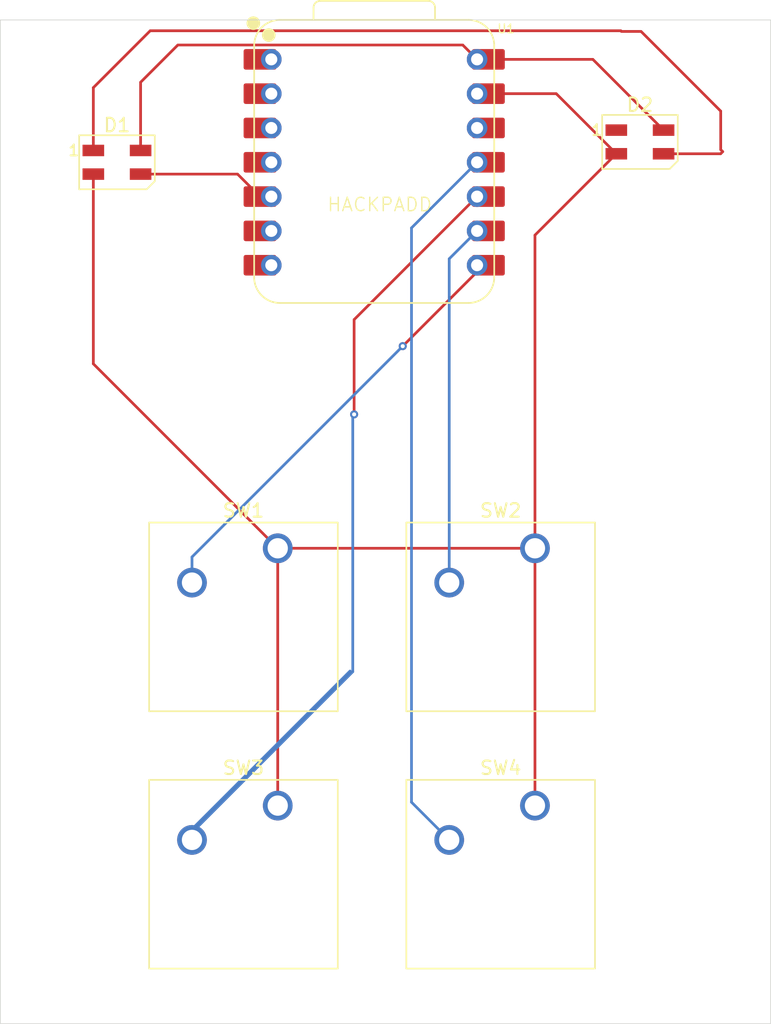
<source format=kicad_pcb>
(kicad_pcb (version 20241229) (generator "pcbnew") (generator_version "9.0")
  (layers (0 "F.Cu" signal) (2 "B.Cu" signal) (13 "F.Paste" user) (15 "B.Paste" user) (5 "F.SilkS" user "F.Silkscreen") (7 "B.SilkS" user "B.Silkscreen") (1 "F.Mask" user) (3 "B.Mask" user) (25 "Edge.Cuts" user))
  (net 0 "")
  (net 1 "Net-(D1-DOUT)")
  (net 2 "Net-(D1-DIN)")
  (net 3 "GND")
  (net 4 "+5V")
  (net 6 "Net-(U1-GPIO1{slash}RX)")
  (net 7 "Net-(U1-GPIO2{slash}SCK)")
  (net 8 "Net-(U1-GPIO4{slash}MISO)")
  (net 9 "Net-(U1-GPIO3{slash}MOSI)")
  (footprint "Button_Switch_Keyboard:SW_Cherry_MX_1.00u_PCB" (layer "F.Cu") (at 178.59375 100.0125)
    (property "Reference" "SW2" (at -2.54 -2.794 0) (layer "F.SilkS"))
    (property "Value" "SW_Push")
    (fp_line (start -9.525 -1.905) (end 4.445 -1.905) (stroke (width 0.12)) (layer "F.SilkS"))
    (fp_line (start -9.525 12.065) (end -9.525 -1.905) (stroke (width 0.12)) (layer "F.SilkS"))
    (fp_line (start 4.445 -1.905) (end 4.445 12.065) (stroke (width 0.12)) (layer "F.SilkS"))
    (fp_line (start 4.445 12.065) (end -9.525 12.065) (stroke (width 0.12)) (layer "F.SilkS"))
    (pad "" np_thru_hole circle (at -7.62 5.08) (size 1.7 1.7) (drill 1.7) (layers "*.Cu" "*.Mask"))
    (pad "" np_thru_hole circle (at -2.54 5.08) (size 4 4) (drill 4) (layers "*.Cu" "*.Mask"))
    (pad "" np_thru_hole circle (at 2.54 5.08) (size 1.7 1.7) (drill 1.7) (layers "*.Cu" "*.Mask"))
    (pad "1" thru_hole circle (at 0 0) (size 2.2 2.2) (drill 1.5) (layers "*.Cu" "*.Mask") (net 3 "GND"))
    (pad "2" thru_hole circle (at -6.35 2.54) (size 2.2 2.2) (drill 1.5) (layers "*.Cu" "*.Mask") (net 7 "Net-(U1-GPIO2{slash}SCK)"))
  )
  (footprint "OPL:XIAO-RP2040-DIP" (layer "F.Cu") (at 166.6875 71.4375)
    (property "Reference" "U1" (at 9.7625 -9.8875 0) (layer "F.SilkS") (effects (font (size 0.635 0.635) (thickness 0.1016))))
    (property "Value" "XIAO-RP2040-DIP")
    (fp_line (start -8.89 8.509) (end -8.89 -8.636) (stroke (width 0.127)) (layer "F.SilkS"))
    (fp_line (start -6.985 10.414) (end 6.985 10.414) (stroke (width 0.127)) (layer "F.SilkS"))
    (fp_line (start -4.495 -10.541) (end -4.491272 -11.451272) (stroke (width 0.127)) (layer "F.SilkS"))
    (fp_line (start -3.991272 -11.951) (end 4.004 -11.951) (stroke (width 0.127)) (layer "F.SilkS"))
    (fp_line (start 4.504 -11.451) (end 4.504 -10.541) (stroke (width 0.127)) (layer "F.SilkS"))
    (fp_line (start 6.985 -10.541) (end -6.985 -10.541) (stroke (width 0.1)) (layer "F.SilkS"))
    (fp_line (start 6.985 -10.541) (end -6.985 -10.541) (stroke (width 0.127)) (layer "F.SilkS"))
    (fp_line (start 8.89 8.509) (end 8.89 -8.636) (stroke (width 0.127)) (layer "F.SilkS"))
    (fp_arc (start -8.89 -8.636) (mid -8.332038 -9.983038) (end -6.985 -10.541) (stroke (width 0.127)) (layer "F.SilkS"))
    (fp_arc (start -6.985 10.414) (mid -8.332038 9.856038) (end -8.89 8.509) (stroke (width 0.127)) (layer "F.SilkS"))
    (fp_arc (start -4.491272 -11.451272) (mid -4.344728 -11.80464) (end -3.991272 -11.951) (stroke (width 0.127)) (layer "F.SilkS"))
    (fp_arc (start 4.004 -11.951) (mid 4.357553 -11.804553) (end 4.504 -11.451) (stroke (width 0.127)) (layer "F.SilkS"))
    (fp_arc (start 6.985 -10.541) (mid 8.332038 -9.983038) (end 8.89 -8.636) (stroke (width 0.127)) (layer "F.SilkS"))
    (fp_arc (start 8.89 8.509) (mid 8.332038 9.856038) (end 6.985 10.414) (stroke (width 0.127)) (layer "F.SilkS"))
    (fp_circle (center -8.95 -10.3) (end -8.95 -10.554) (stroke (width 0.5)) (fill yes) (layer "F.SilkS"))
    (fp_circle (center -7.807 -9.42) (end -7.807 -9.674) (stroke (width 0.5)) (fill yes) (layer "F.SilkS"))
    (pad "1" smd roundrect (at -8.455 -7.62 180) (size 2.432 1.524) (layers "F.Cu" "F.Mask") (roundrect_rratio 0.1))
    (pad "1" thru_hole circle (at -7.62 -7.62 180) (size 1.524 1.524) (drill 0.889) (layers "*.Cu" "*.Mask"))
    (pad "2" smd roundrect (at -8.455 -5.08 180) (size 2.432 1.524) (layers "F.Cu" "F.Mask") (roundrect_rratio 0.1))
    (pad "2" thru_hole circle (at -7.62 -5.08 180) (size 1.524 1.524) (drill 0.889) (layers "*.Cu" "*.Mask"))
    (pad "3" smd roundrect (at -8.455 -2.54 180) (size 2.432 1.524) (layers "F.Cu" "F.Mask") (roundrect_rratio 0.1))
    (pad "3" thru_hole circle (at -7.62 -2.54 180) (size 1.524 1.524) (drill 0.889) (layers "*.Cu" "*.Mask"))
    (pad "4" smd roundrect (at -8.455 0 180) (size 2.432 1.524) (layers "F.Cu" "F.Mask") (roundrect_rratio 0.1))
    (pad "4" thru_hole circle (at -7.62 0 180) (size 1.524 1.524) (drill 0.889) (layers "*.Cu" "*.Mask"))
    (pad "5" smd roundrect (at -8.455 2.54 180) (size 2.432 1.524) (layers "F.Cu" "F.Mask") (roundrect_rratio 0.1) (net 2 "Net-(D1-DIN)"))
    (pad "5" thru_hole circle (at -7.62 2.54 180) (size 1.524 1.524) (drill 0.889) (layers "*.Cu" "*.Mask") (net 2 "Net-(D1-DIN)"))
    (pad "6" smd roundrect (at -8.455 5.08 180) (size 2.432 1.524) (layers "F.Cu" "F.Mask") (roundrect_rratio 0.1))
    (pad "6" thru_hole circle (at -7.62 5.08 180) (size 1.524 1.524) (drill 0.889) (layers "*.Cu" "*.Mask"))
    (pad "7" smd roundrect (at -8.455 7.62 180) (size 2.432 1.524) (layers "F.Cu" "F.Mask") (roundrect_rratio 0.1))
    (pad "7" thru_hole circle (at -7.62 7.62 180) (size 1.524 1.524) (drill 0.889) (layers "*.Cu" "*.Mask"))
    (pad "8" thru_hole circle (at 7.62 7.62) (size 1.524 1.524) (drill 0.889) (layers "*.Cu" "*.Mask") (net 6 "Net-(U1-GPIO1{slash}RX)"))
    (pad "8" smd roundrect (at 8.455 7.62) (size 2.432 1.524) (layers "F.Cu" "F.Mask") (roundrect_rratio 0.1) (net 6 "Net-(U1-GPIO1{slash}RX)"))
    (pad "9" thru_hole circle (at 7.62 5.08) (size 1.524 1.524) (drill 0.889) (layers "*.Cu" "*.Mask") (net 7 "Net-(U1-GPIO2{slash}SCK)"))
    (pad "9" smd roundrect (at 8.455 5.08) (size 2.432 1.524) (layers "F.Cu" "F.Mask") (roundrect_rratio 0.1) (net 7 "Net-(U1-GPIO2{slash}SCK)"))
    (pad "10" thru_hole circle (at 7.62 2.54) (size 1.524 1.524) (drill 0.889) (layers "*.Cu" "*.Mask") (net 8 "Net-(U1-GPIO4{slash}MISO)"))
    (pad "10" smd roundrect (at 8.455 2.54) (size 2.432 1.524) (layers "F.Cu" "F.Mask") (roundrect_rratio 0.1) (net 8 "Net-(U1-GPIO4{slash}MISO)"))
    (pad "11" thru_hole circle (at 7.62 0) (size 1.524 1.524) (drill 0.889) (layers "*.Cu" "*.Mask") (net 9 "Net-(U1-GPIO3{slash}MOSI)"))
    (pad "11" smd roundrect (at 8.455 0) (size 2.432 1.524) (layers "F.Cu" "F.Mask") (roundrect_rratio 0.1) (net 9 "Net-(U1-GPIO3{slash}MOSI)"))
    (pad "12" thru_hole circle (at 7.62 -2.54) (size 1.524 1.524) (drill 0.889) (layers "*.Cu" "*.Mask"))
    (pad "12" smd roundrect (at 8.455 -2.54) (size 2.432 1.524) (layers "F.Cu" "F.Mask") (roundrect_rratio 0.1))
    (pad "13" thru_hole circle (at 7.62 -5.08) (size 1.524 1.524) (drill 0.889) (layers "*.Cu" "*.Mask") (net 3 "GND"))
    (pad "13" smd roundrect (at 8.455 -5.08) (size 2.432 1.524) (layers "F.Cu" "F.Mask") (roundrect_rratio 0.1) (net 3 "GND"))
    (pad "14" thru_hole circle (at 7.62 -7.62) (size 1.524 1.524) (drill 0.889) (layers "*.Cu" "*.Mask") (net 4 "+5V"))
    (pad "14" smd roundrect (at 8.455 -7.62) (size 2.432 1.524) (layers "F.Cu" "F.Mask") (roundrect_rratio 0.1) (net 4 "+5V"))
  )
  (footprint "Button_Switch_Keyboard:SW_Cherry_MX_1.00u_PCB" (layer "F.Cu") (at 159.54375 119.0625)
    (property "Reference" "SW3" (at -2.54 -2.794 0) (layer "F.SilkS"))
    (property "Value" "SW_Push")
    (fp_line (start -9.525 -1.905) (end 4.445 -1.905) (stroke (width 0.12)) (layer "F.SilkS"))
    (fp_line (start -9.525 12.065) (end -9.525 -1.905) (stroke (width 0.12)) (layer "F.SilkS"))
    (fp_line (start 4.445 -1.905) (end 4.445 12.065) (stroke (width 0.12)) (layer "F.SilkS"))
    (fp_line (start 4.445 12.065) (end -9.525 12.065) (stroke (width 0.12)) (layer "F.SilkS"))
    (pad "" np_thru_hole circle (at -7.62 5.08) (size 1.7 1.7) (drill 1.7) (layers "*.Cu" "*.Mask"))
    (pad "" np_thru_hole circle (at -2.54 5.08) (size 4 4) (drill 4) (layers "*.Cu" "*.Mask"))
    (pad "" np_thru_hole circle (at 2.54 5.08) (size 1.7 1.7) (drill 1.7) (layers "*.Cu" "*.Mask"))
    (pad "1" thru_hole circle (at 0 0) (size 2.2 2.2) (drill 1.5) (layers "*.Cu" "*.Mask") (net 3 "GND"))
    (pad "2" thru_hole circle (at -6.35 2.54) (size 2.2 2.2) (drill 1.5) (layers "*.Cu" "*.Mask") (net 8 "Net-(U1-GPIO4{slash}MISO)"))
  )
  (footprint "Button_Switch_Keyboard:SW_Cherry_MX_1.00u_PCB" (layer "F.Cu") (at 178.59375 119.0625)
    (property "Reference" "SW4" (at -2.54 -2.794 0) (layer "F.SilkS"))
    (property "Value" "SW_Push")
    (fp_line (start -9.525 -1.905) (end 4.445 -1.905) (stroke (width 0.12)) (layer "F.SilkS"))
    (fp_line (start -9.525 12.065) (end -9.525 -1.905) (stroke (width 0.12)) (layer "F.SilkS"))
    (fp_line (start 4.445 -1.905) (end 4.445 12.065) (stroke (width 0.12)) (layer "F.SilkS"))
    (fp_line (start 4.445 12.065) (end -9.525 12.065) (stroke (width 0.12)) (layer "F.SilkS"))
    (pad "" np_thru_hole circle (at -7.62 5.08) (size 1.7 1.7) (drill 1.7) (layers "*.Cu" "*.Mask"))
    (pad "" np_thru_hole circle (at -2.54 5.08) (size 4 4) (drill 4) (layers "*.Cu" "*.Mask"))
    (pad "" np_thru_hole circle (at 2.54 5.08) (size 1.7 1.7) (drill 1.7) (layers "*.Cu" "*.Mask"))
    (pad "1" thru_hole circle (at 0 0) (size 2.2 2.2) (drill 1.5) (layers "*.Cu" "*.Mask") (net 3 "GND"))
    (pad "2" thru_hole circle (at -6.35 2.54) (size 2.2 2.2) (drill 1.5) (layers "*.Cu" "*.Mask") (net 9 "Net-(U1-GPIO3{slash}MOSI)"))
  )
  (footprint "Button_Switch_Keyboard:SW_Cherry_MX_1.00u_PCB" (layer "F.Cu") (at 159.54375 100.0125)
    (property "Reference" "SW1" (at -2.54 -2.794 0) (layer "F.SilkS"))
    (property "Value" "SW_Push")
    (fp_line (start -9.525 -1.905) (end 4.445 -1.905) (stroke (width 0.12)) (layer "F.SilkS"))
    (fp_line (start -9.525 12.065) (end -9.525 -1.905) (stroke (width 0.12)) (layer "F.SilkS"))
    (fp_line (start 4.445 -1.905) (end 4.445 12.065) (stroke (width 0.12)) (layer "F.SilkS"))
    (fp_line (start 4.445 12.065) (end -9.525 12.065) (stroke (width 0.12)) (layer "F.SilkS"))
    (pad "" np_thru_hole circle (at -7.62 5.08) (size 1.7 1.7) (drill 1.7) (layers "*.Cu" "*.Mask"))
    (pad "" np_thru_hole circle (at -2.54 5.08) (size 4 4) (drill 4) (layers "*.Cu" "*.Mask"))
    (pad "" np_thru_hole circle (at 2.54 5.08) (size 1.7 1.7) (drill 1.7) (layers "*.Cu" "*.Mask"))
    (pad "1" thru_hole circle (at 0 0) (size 2.2 2.2) (drill 1.5) (layers "*.Cu" "*.Mask") (net 3 "GND"))
    (pad "2" thru_hole circle (at -6.35 2.54) (size 2.2 2.2) (drill 1.5) (layers "*.Cu" "*.Mask") (net 6 "Net-(U1-GPIO1{slash}RX)"))
  )
  (footprint "LED_SMD:LED_SK6812MINI_PLCC4_3.5x3.5mm_P1.75mm" (layer "F.Cu") (at 186.36875 69.93125)
    (property "Reference" "D2" (at 0 -2.75 0) (layer "F.SilkS"))
    (property "Value" "SK6812MINI")
    (fp_line (start -2.8 -2) (end -2.8 2) (stroke (width 0.12)) (layer "F.SilkS"))
    (fp_line (start -2.8 -2) (end 2.8 -2) (stroke (width 0.12)) (layer "F.SilkS"))
    (fp_line (start -2.8 2) (end 2.2 2) (stroke (width 0.12)) (layer "F.SilkS"))
    (fp_line (start 2.8 1.4) (end 2.2 2) (stroke (width 0.12)) (layer "F.SilkS"))
    (fp_line (start 2.8 1.4) (end 2.8 -2) (stroke (width 0.12)) (layer "F.SilkS"))
    (fp_text user "1" (at -3.2 -0.875 0) (layer "F.SilkS") (effects (font (size 0.8 0.8))))
    (pad "1" smd rect (at -1.75 -0.875) (size 1.6 0.85) (layers "F.Cu" "F.Mask" "F.Paste"))
    (pad "2" smd rect (at -1.75 0.875) (size 1.6 0.85) (layers "F.Cu" "F.Mask" "F.Paste") (net 3 "GND"))
    (pad "3" smd rect (at 1.75 0.875) (size 1.6 0.85) (layers "F.Cu" "F.Mask" "F.Paste") (net 1 "Net-(D1-DOUT)"))
    (pad "4" smd rect (at 1.75 -0.875) (size 1.6 0.85) (layers "F.Cu" "F.Mask" "F.Paste") (net 4 "+5V"))
  )
  (footprint "LED_SMD:LED_SK6812MINI_PLCC4_3.5x3.5mm_P1.75mm" (layer "F.Cu") (at 147.6375 71.4375)
    (property "Reference" "D1" (at 0 -2.75 0) (layer "F.SilkS"))
    (property "Value" "SK6812MINI")
    (fp_line (start -2.8 -2) (end -2.8 2) (stroke (width 0.12)) (layer "F.SilkS"))
    (fp_line (start -2.8 -2) (end 2.8 -2) (stroke (width 0.12)) (layer "F.SilkS"))
    (fp_line (start -2.8 2) (end 2.2 2) (stroke (width 0.12)) (layer "F.SilkS"))
    (fp_line (start 2.8 1.4) (end 2.2 2) (stroke (width 0.12)) (layer "F.SilkS"))
    (fp_line (start 2.8 1.4) (end 2.8 -2) (stroke (width 0.12)) (layer "F.SilkS"))
    (fp_text user "1" (at -3.2 -0.875 0) (layer "F.SilkS") (effects (font (size 0.8 0.8))))
    (pad "1" smd rect (at -1.75 -0.875) (size 1.6 0.85) (layers "F.Cu" "F.Mask" "F.Paste") (net 1 "Net-(D1-DOUT)"))
    (pad "2" smd rect (at -1.75 0.875) (size 1.6 0.85) (layers "F.Cu" "F.Mask" "F.Paste") (net 3 "GND"))
    (pad "3" smd rect (at 1.75 0.875) (size 1.6 0.85) (layers "F.Cu" "F.Mask" "F.Paste") (net 2 "Net-(D1-DIN)"))
    (pad "4" smd rect (at 1.75 -0.875) (size 1.6 0.85) (layers "F.Cu" "F.Mask" "F.Paste") (net 4 "+5V"))
  )
  (gr_rect (start 139 60.9) (end 196.05 135.2) (stroke (width 0.05)) (fill no) (layer "Edge.Cuts"))
  (gr_text "HACKPADD" (at 163.15 75.15 0) (layer "F.SilkS") (effects (font (size 1 1) (thickness 0.1)) (justify left bottom)))
  (segment (start 145.8875 65.9125) (end 150.1 61.7) (width 0.2) (layer "F.Cu") (net 1))
  (segment (start 192.34375 70.80625) (end 188.11875 70.80625) (width 0.2) (layer "F.Cu") (net 1))
  (segment (start 184.95 61.7) (end 185 61.75) (width 0.2) (layer "F.Cu") (net 1))
  (segment (start 192.35 67.65) (end 192.35 70.5) (width 0.2) (layer "F.Cu") (net 1))
  (segment (start 150.1 61.7) (end 184.95 61.7) (width 0.2) (layer "F.Cu") (net 1))
  (segment (start 145.8875 70.5625) (end 145.8875 65.9125) (width 0.2) (layer "F.Cu") (net 1))
  (segment (start 192.5 70.65) (end 192.34375 70.80625) (width 0.2) (layer "F.Cu") (net 1))
  (segment (start 185 61.75) (end 186.45 61.75) (width 0.2) (layer "F.Cu") (net 1))
  (segment (start 186.45 61.75) (end 192.35 67.65) (width 0.2) (layer "F.Cu") (net 1))
  (segment (start 192.35 70.5) (end 192.5 70.65) (width 0.2) (layer "F.Cu") (net 1))
  (segment (start 149.3875 72.3125) (end 156.5675 72.3125) (width 0.2) (layer "F.Cu") (net 2))
  (segment (start 156.5675 72.3125) (end 158.2325 73.9775) (width 0.2) (layer "F.Cu") (net 2))
  (segment (start 178.59375 76.83125) (end 184.61875 70.80625) (width 0.2) (layer "F.Cu") (net 3))
  (segment (start 159.54375 100.0125) (end 178.59375 100.0125) (width 0.2) (layer "F.Cu") (net 3))
  (segment (start 178.59375 100.0125) (end 178.59375 76.83125) (width 0.2) (layer "F.Cu") (net 3))
  (segment (start 180.17 66.3575) (end 184.61875 70.80625) (width 0.2) (layer "F.Cu") (net 3))
  (segment (start 145.8875 72.3125) (end 145.8875 86.35625) (width 0.2) (layer "F.Cu") (net 3))
  (segment (start 178.59375 119.0625) (end 178.59375 100.0125) (width 0.2) (layer "F.Cu") (net 3))
  (segment (start 175.1425 66.3575) (end 180.17 66.3575) (width 0.2) (layer "F.Cu") (net 3))
  (segment (start 159.54375 100.0125) (end 159.54375 119.0625) (width 0.2) (layer "F.Cu") (net 3))
  (segment (start 145.8875 86.35625) (end 159.54375 100.0125) (width 0.2) (layer "F.Cu") (net 3))
  (segment (start 175.1425 63.8175) (end 182.88 63.8175) (width 0.2) (layer "F.Cu") (net 4))
  (segment (start 149.3875 70.5625) (end 149.3875 65.5125) (width 0.2) (layer "F.Cu") (net 4))
  (segment (start 182.88 63.8175) (end 188.11875 69.05625) (width 0.2) (layer "F.Cu") (net 4))
  (segment (start 152.1455 62.7545) (end 173.2445 62.7545) (width 0.2) (layer "F.Cu") (net 4))
  (segment (start 173.2445 62.7545) (end 174.3075 63.8175) (width 0.2) (layer "F.Cu") (net 4))
  (segment (start 149.3875 65.5125) (end 152.1455 62.7545) (width 0.2) (layer "F.Cu") (net 4))
  (segment (start 168.8 85.05) (end 174.3075 79.5425) (width 0.2) (layer "F.Cu") (net 6))
  (segment (start 174.3075 79.5425) (end 174.3075 79.0575) (width 0.2) (layer "F.Cu") (net 6))
  (via (at 168.8 85.05) (size 0.6) (drill 0.3) (layers "F.Cu" "B.Cu") (net 6))
  (segment (start 153.19375 102.5525) (end 153.19375 100.65625) (width 0.2) (layer "B.Cu") (net 6))
  (segment (start 153.19375 100.65625) (end 168.8 85.05) (width 0.2) (layer "B.Cu") (net 6))
  (segment (start 172.24375 102.5525) (end 172.24375 78.58125) (width 0.2) (layer "B.Cu") (net 7))
  (segment (start 172.24375 78.58125) (end 174.3075 76.5175) (width 0.2) (layer "B.Cu") (net 7))
  (segment (start 165.2 90.1) (end 165.2 83.085) (width 0.2) (layer "F.Cu") (net 8))
  (segment (start 165.2 83.085) (end 174.3075 73.9775) (width 0.2) (layer "F.Cu") (net 8))
  (via (at 165.2 90.1) (size 0.6) (drill 0.3) (layers "F.Cu" "B.Cu") (net 8))
  (segment (start 153.19375 121.6025) (end 153.19375 120.80625) (width 0.2) (layer "B.Cu") (net 8))
  (segment (start 165.1 90.2) (end 165.2 90.1) (width 0.2) (layer "B.Cu") (net 8))
  (segment (start 153.19375 120.80625) (end 164.9 109.1) (width 0.2) (layer "B.Cu") (net 8))
  (segment (start 153.19375 121.05625) (end 165.1 109.15) (width 0.2) (layer "B.Cu") (net 8))
  (segment (start 153.19375 121.6025) (end 153.19375 121.05625) (width 0.2) (layer "B.Cu") (net 8))
  (segment (start 165.1 109.15) (end 165.1 90.2) (width 0.2) (layer "B.Cu") (net 8))
  (segment (start 169.45 118.80875) (end 169.45 76.295) (width 0.2) (layer "B.Cu") (net 9))
  (segment (start 172.24375 121.6025) (end 169.45 118.80875) (width 0.2) (layer "B.Cu") (net 9))
  (segment (start 169.45 76.295) (end 174.3075 71.4375) (width 0.2) (layer "B.Cu") (net 9))
)
</source>
